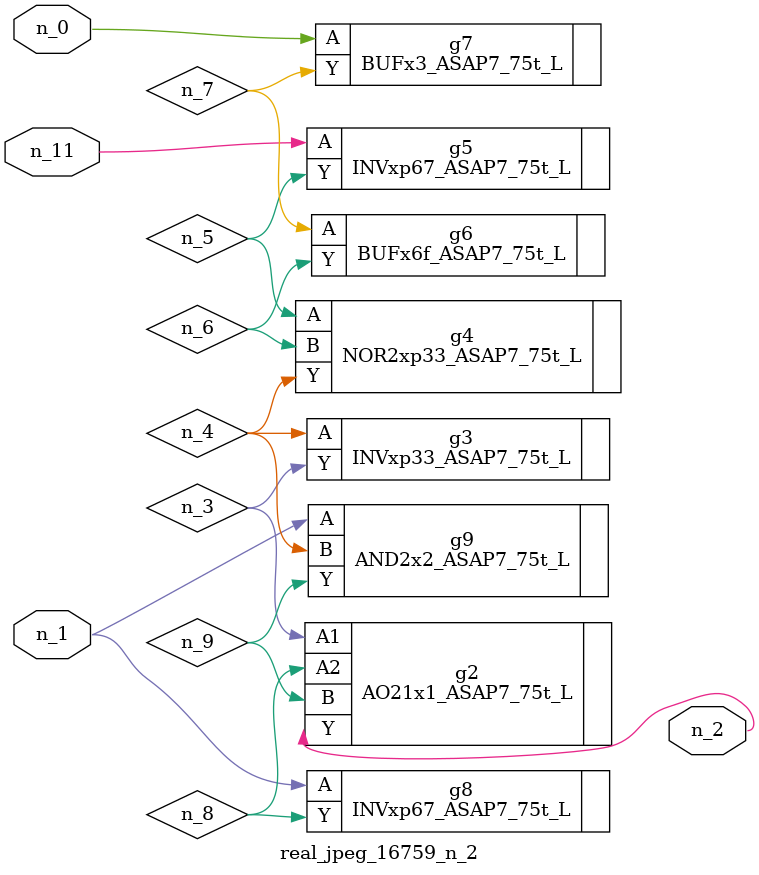
<source format=v>
module real_jpeg_16759_n_2 (n_1, n_11, n_0, n_2);

input n_1;
input n_11;
input n_0;

output n_2;

wire n_5;
wire n_8;
wire n_4;
wire n_6;
wire n_7;
wire n_3;
wire n_9;

BUFx3_ASAP7_75t_L g7 ( 
.A(n_0),
.Y(n_7)
);

INVxp67_ASAP7_75t_L g8 ( 
.A(n_1),
.Y(n_8)
);

AND2x2_ASAP7_75t_L g9 ( 
.A(n_1),
.B(n_4),
.Y(n_9)
);

AO21x1_ASAP7_75t_L g2 ( 
.A1(n_3),
.A2(n_8),
.B(n_9),
.Y(n_2)
);

INVxp33_ASAP7_75t_L g3 ( 
.A(n_4),
.Y(n_3)
);

NOR2xp33_ASAP7_75t_L g4 ( 
.A(n_5),
.B(n_6),
.Y(n_4)
);

BUFx6f_ASAP7_75t_L g6 ( 
.A(n_7),
.Y(n_6)
);

INVxp67_ASAP7_75t_L g5 ( 
.A(n_11),
.Y(n_5)
);


endmodule
</source>
